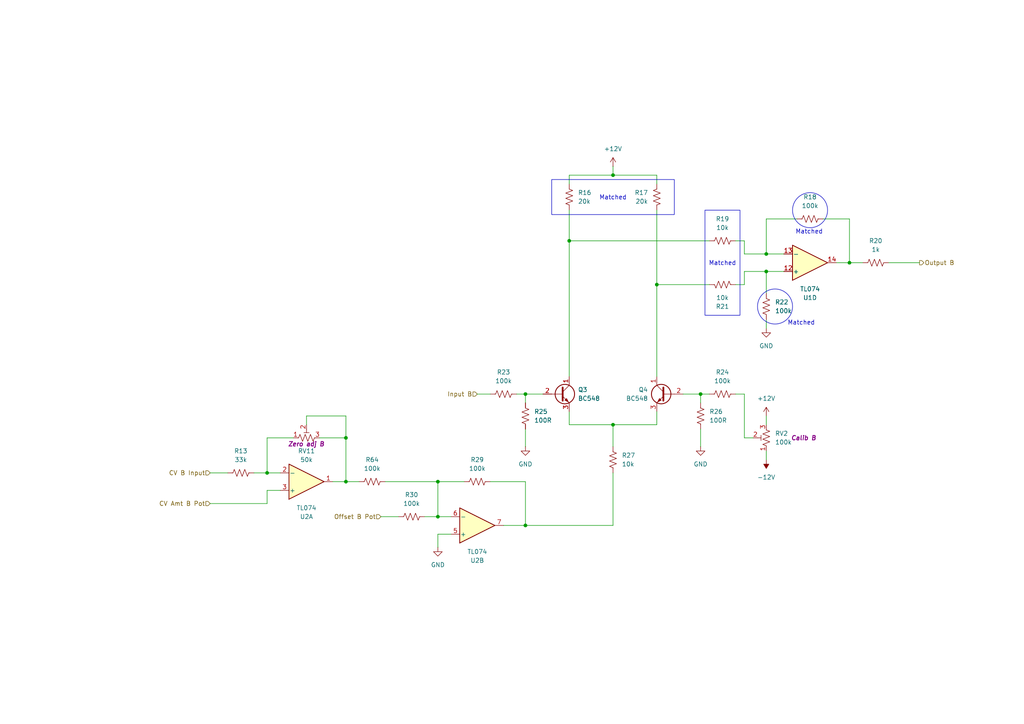
<source format=kicad_sch>
(kicad_sch (version 20250114) (generator "eeschema") (generator_version "9.0")
  (paper "A4")
  (title_block (company "DMH Instruments") (comment 1 "PCB for 5 cm Kosmo format synthesizer module"))
  (lib_symbols
    (symbol "Amplifier_Operational:TL074" (pin_names (offset 0.127))
      (property "Reference" "U" (at 0 5.08 0))
      (property "Value" "TL074" (at 0 -5.08 0))
      (symbol "TL074_1_1"
        (polyline (pts (xy -5.08 5.08) (xy 5.08 0) (xy -5.08 -5.08) (xy -5.08 5.08)) (stroke (width 0.254)) (fill (type background)))
        (pin input line (at -7.62 2.54 0) (length 2.54) (name "+") (number "3"))
        (pin input line (at -7.62 -2.54 0) (length 2.54) (name "-") (number "2"))
        (pin output line (at 7.62 0 180) (length 2.54) (name "~") (number "1"))
      )
      (symbol "TL074_2_1"
        (polyline (pts (xy -5.08 5.08) (xy 5.08 0) (xy -5.08 -5.08) (xy -5.08 5.08)) (stroke (width 0.254)) (fill (type background)))
        (pin input line (at -7.62 2.54 0) (length 2.54) (name "+") (number "5"))
        (pin input line (at -7.62 -2.54 0) (length 2.54) (name "-") (number "6"))
        (pin output line (at 7.62 0 180) (length 2.54) (name "~") (number "7"))
      )
      (symbol "TL074_3_1"
        (polyline (pts (xy -5.08 5.08) (xy 5.08 0) (xy -5.08 -5.08) (xy -5.08 5.08)) (stroke (width 0.254)) (fill (type background)))
        (pin input line (at -7.62 2.54 0) (length 2.54) (name "+") (number "10"))
        (pin input line (at -7.62 -2.54 0) (length 2.54) (name "-") (number "9"))
        (pin output line (at 7.62 0 180) (length 2.54) (name "~") (number "8"))
      )
      (symbol "TL074_4_1"
        (polyline (pts (xy -5.08 5.08) (xy 5.08 0) (xy -5.08 -5.08) (xy -5.08 5.08)) (stroke (width 0.254)) (fill (type background)))
        (pin input line (at -7.62 2.54 0) (length 2.54) (name "+") (number "12"))
        (pin input line (at -7.62 -2.54 0) (length 2.54) (name "-") (number "13"))
        (pin output line (at 7.62 0 180) (length 2.54) (name "~") (number "14"))
      )
      (symbol "TL074_5_1"
        (pin power_in line (at -2.54 7.62 270) (length 3.81) (name "V+") (number "4"))
        (pin power_in line (at -2.54 -7.62 90) (length 3.81) (name "V-") (number "11"))
      )
    )
    (symbol "Device:R_Potentiometer_Trim_US" (pin_names (offset 1.016) (hide yes))
      (property "Reference" "RV" (at -4.445 0 90))
      (property "Value" "R_Potentiometer_Trim_US" (at -2.54 0 90))
      (symbol "R_Potentiometer_Trim_US_0_1"
        (polyline (pts (xy 0 2.286) (xy 0 2.54)))
        (polyline (pts (xy 0 2.286) (xy 1.016 1.905) (xy 0 1.524) (xy -1.016 1.143) (xy 0 0.762)))
        (polyline (pts (xy 0 0.762) (xy 1.016 0.381) (xy 0 0) (xy -1.016 -0.381) (xy 0 -0.762)))
        (polyline (pts (xy 0 -0.762) (xy 1.016 -1.143) (xy 0 -1.524) (xy -1.016 -1.905) (xy 0 -2.286)))
        (polyline (pts (xy 0 -2.286) (xy 0 -2.54)))
        (polyline (pts (xy 1.524 0.762) (xy 1.524 -0.762)))
        (polyline (pts (xy 2.54 0) (xy 1.524 0)))
      )
      (symbol "R_Potentiometer_Trim_US_1_1"
        (pin passive line (at 0 3.81 270) (length 1.27) (name "1") (number "1"))
        (pin passive line (at 0 -3.81 90) (length 1.27) (name "3") (number "3"))
        (pin passive line (at 3.81 0 180) (length 1.27) (name "2") (number "2"))
      )
    )
    (symbol "Device:R_US" (pin_numbers (hide yes)) (pin_names (offset 0))
      (property "Reference" "R" (at 2.54 0 90))
      (property "Value" "R_US" (at -2.54 0 90))
      (symbol "R_US_0_1"
        (polyline (pts (xy 0 2.286) (xy 0 2.54)))
        (polyline (pts (xy 0 2.286) (xy 1.016 1.905) (xy 0 1.524) (xy -1.016 1.143) (xy 0 0.762)))
        (polyline (pts (xy 0 0.762) (xy 1.016 0.381) (xy 0 0) (xy -1.016 -0.381) (xy 0 -0.762)))
        (polyline (pts (xy 0 -0.762) (xy 1.016 -1.143) (xy 0 -1.524) (xy -1.016 -1.905) (xy 0 -2.286)))
        (polyline (pts (xy 0 -2.286) (xy 0 -2.54)))
      )
      (symbol "R_US_1_1"
        (pin passive line (at 0 3.81 270) (length 1.27) (name "~") (number "1"))
        (pin passive line (at 0 -3.81 90) (length 1.27) (name "~") (number "2"))
      )
    )
    (symbol "Transistor_BJT:BC548" (pin_names (offset 0) (hide yes))
      (property "Reference" "Q" (at 5.08 1.905 0))
      (property "Value" "BC548" (at 5.08 0 0))
      (symbol "BC548_0_1"
        (polyline (pts (xy -2.54 0) (xy 0.635 0)))
        (polyline (pts (xy 0.635 1.905) (xy 0.635 -1.905)) (stroke (width 0.508)))
        (circle (center 1.27 0) (radius 2.8194) (stroke (width 0.254)))
      )
      (symbol "BC548_1_1"
        (polyline (pts (xy 0.635 0.635) (xy 2.54 2.54)))
        (polyline (pts (xy 0.635 -0.635) (xy 2.54 -2.54)))
        (polyline (pts (xy 1.27 -1.778) (xy 1.778 -1.27) (xy 2.286 -2.286) (xy 1.27 -1.778)) (fill (type outline)))
        (pin input line (at -5.08 0 0) (length 2.54) (name "B") (number "2"))
        (pin passive line (at 2.54 5.08 270) (length 2.54) (name "C") (number "1"))
        (pin passive line (at 2.54 -5.08 90) (length 2.54) (name "E") (number "3"))
      )
    )
    (symbol "power:+12V" (power) (pin_numbers (hide yes)) (pin_names (offset 0) (hide yes))
      (property "Value" "+12V" (at 0 3.556 0))
      (symbol "+12V_0_1"
        (polyline (pts (xy -0.762 1.27) (xy 0 2.54)))
        (polyline (pts (xy 0 2.54) (xy 0.762 1.27)))
        (polyline (pts (xy 0 0) (xy 0 2.54)))
      )
      (symbol "+12V_1_1"
        (pin power_in line (at 0 0 90) (length 0) (name "~") (number "1"))
      )
    )
    (symbol "power:-12V" (power) (pin_numbers (hide yes)) (pin_names (offset 0) (hide yes))
      (property "Value" "-12V" (at 0 3.556 0))
      (symbol "-12V_0_0"
        (pin power_in line (at 0 0 90) (length 0) (name "~") (number "1"))
      )
      (symbol "-12V_0_1"
        (polyline (pts (xy 0 0) (xy 0 1.27) (xy 0.762 1.27) (xy 0 2.54) (xy -0.762 1.27) (xy 0 1.27)) (fill (type outline)))
      )
    )
    (symbol "power:GND" (power) (pin_numbers (hide yes)) (pin_names (offset 0) (hide yes))
      (property "Value" "GND" (at 0 -3.81 0))
      (symbol "GND_0_1"
        (polyline (pts (xy 0 0) (xy 0 -1.27) (xy 1.27 -1.27) (xy 0 -2.54) (xy -1.27 -1.27) (xy 0 -1.27)))
      )
      (symbol "GND_1_1"
        (pin power_in line (at 0 0 270) (length 0) (name "~") (number "1"))
      )
    )
  )
  (rectangle (start 204.47 60.96) (end 214.63 91.44))
  (circle (center 224.79 88.9) (radius 5.08))
  (circle (center 234.95 60.96) (radius 5.08))
  (rectangle (start 160.02 52.07) (end 195.58 62.23))
  (text "Matched" (at 232.41 93.726 0) (effects (font (size 1.27 1.27))))
  (text "Matched" (at 234.696 67.31 0) (effects (font (size 1.27 1.27))))
  (text "Matched" (at 177.8 57.404 0) (effects (font (size 1.27 1.27))))
  (text "Matched" (at 209.55 76.454 0) (effects (font (size 1.27 1.27))))
  (junction (at 152.4 114.3))
  (junction (at 100.33 127))
  (junction (at 177.8 123.19))
  (junction (at 246.38 76.2))
  (junction (at 165.1 69.85))
  (junction (at 100.33 139.7))
  (junction (at 152.4 152.4))
  (junction (at 177.8 50.8))
  (junction (at 222.25 73.66))
  (junction (at 127 149.86))
  (junction (at 77.47 137.16))
  (junction (at 222.25 78.74))
  (junction (at 127 139.7))
  (junction (at 190.5 82.55))
  (junction (at 203.2 114.3))
  (wire (pts (xy 60.96 146.05) (xy 77.47 146.05)))
  (wire (pts (xy 190.5 60.96) (xy 190.5 82.55)))
  (wire (pts (xy 77.47 127) (xy 77.47 137.16)))
  (wire (pts (xy 77.47 146.05) (xy 77.47 142.24)))
  (wire (pts (xy 215.9 78.74) (xy 222.25 78.74)))
  (wire (pts (xy 213.36 114.3) (xy 215.9 114.3)))
  (wire (pts (xy 88.9 120.65) (xy 100.33 120.65)))
  (wire (pts (xy 213.36 82.55) (xy 215.9 82.55)))
  (wire (pts (xy 100.33 139.7) (xy 96.52 139.7)))
  (wire (pts (xy 177.8 50.8) (xy 177.8 48.26)))
  (wire (pts (xy 190.5 123.19) (xy 177.8 123.19)))
  (wire (pts (xy 146.05 152.4) (xy 152.4 152.4)))
  (wire (pts (xy 177.8 123.19) (xy 177.8 129.54)))
  (wire (pts (xy 215.9 73.66) (xy 222.25 73.66)))
  (wire (pts (xy 92.71 127) (xy 100.33 127)))
  (wire (pts (xy 60.96 137.16) (xy 66.04 137.16)))
  (wire (pts (xy 222.25 92.71) (xy 222.25 95.25)))
  (wire (pts (xy 152.4 139.7) (xy 152.4 152.4)))
  (wire (pts (xy 222.25 78.74) (xy 227.33 78.74)))
  (wire (pts (xy 190.5 50.8) (xy 177.8 50.8)))
  (wire (pts (xy 246.38 63.5) (xy 246.38 76.2)))
  (wire (pts (xy 110.49 149.86) (xy 115.57 149.86)))
  (wire (pts (xy 190.5 53.34) (xy 190.5 50.8)))
  (wire (pts (xy 203.2 114.3) (xy 205.74 114.3)))
  (wire (pts (xy 222.25 73.66) (xy 227.33 73.66)))
  (wire (pts (xy 215.9 127) (xy 218.44 127)))
  (wire (pts (xy 134.62 139.7) (xy 127 139.7)))
  (wire (pts (xy 246.38 76.2) (xy 250.19 76.2)))
  (wire (pts (xy 190.5 82.55) (xy 190.5 109.22)))
  (wire (pts (xy 127 149.86) (xy 130.81 149.86)))
  (wire (pts (xy 111.76 139.7) (xy 127 139.7)))
  (wire (pts (xy 127 139.7) (xy 127 149.86)))
  (wire (pts (xy 222.25 130.81) (xy 222.25 133.35)))
  (wire (pts (xy 152.4 152.4) (xy 177.8 152.4)))
  (wire (pts (xy 73.66 137.16) (xy 77.47 137.16)))
  (wire (pts (xy 203.2 114.3) (xy 203.2 116.84)))
  (wire (pts (xy 165.1 53.34) (xy 165.1 50.8)))
  (wire (pts (xy 77.47 127) (xy 85.09 127)))
  (wire (pts (xy 100.33 139.7) (xy 104.14 139.7)))
  (wire (pts (xy 165.1 119.38) (xy 165.1 123.19)))
  (wire (pts (xy 231.14 63.5) (xy 222.25 63.5)))
  (wire (pts (xy 257.81 76.2) (xy 266.7 76.2)))
  (wire (pts (xy 177.8 152.4) (xy 177.8 137.16)))
  (wire (pts (xy 152.4 114.3) (xy 152.4 116.84)))
  (wire (pts (xy 88.9 123.19) (xy 88.9 120.65)))
  (wire (pts (xy 149.86 114.3) (xy 152.4 114.3)))
  (wire (pts (xy 238.76 63.5) (xy 246.38 63.5)))
  (wire (pts (xy 165.1 123.19) (xy 177.8 123.19)))
  (wire (pts (xy 123.19 149.86) (xy 127 149.86)))
  (wire (pts (xy 213.36 69.85) (xy 215.9 69.85)))
  (wire (pts (xy 222.25 63.5) (xy 222.25 73.66)))
  (wire (pts (xy 77.47 142.24) (xy 81.28 142.24)))
  (wire (pts (xy 203.2 124.46) (xy 203.2 129.54)))
  (wire (pts (xy 165.1 50.8) (xy 177.8 50.8)))
  (wire (pts (xy 198.12 114.3) (xy 203.2 114.3)))
  (wire (pts (xy 127 154.94) (xy 127 158.75)))
  (wire (pts (xy 130.81 154.94) (xy 127 154.94)))
  (wire (pts (xy 165.1 60.96) (xy 165.1 69.85)))
  (wire (pts (xy 242.57 76.2) (xy 246.38 76.2)))
  (wire (pts (xy 100.33 127) (xy 100.33 139.7)))
  (wire (pts (xy 152.4 124.46) (xy 152.4 129.54)))
  (wire (pts (xy 165.1 69.85) (xy 165.1 109.22)))
  (wire (pts (xy 152.4 114.3) (xy 157.48 114.3)))
  (wire (pts (xy 165.1 69.85) (xy 205.74 69.85)))
  (wire (pts (xy 138.43 114.3) (xy 142.24 114.3)))
  (wire (pts (xy 215.9 82.55) (xy 215.9 78.74)))
  (wire (pts (xy 190.5 82.55) (xy 205.74 82.55)))
  (wire (pts (xy 142.24 139.7) (xy 152.4 139.7)))
  (wire (pts (xy 215.9 114.3) (xy 215.9 127)))
  (wire (pts (xy 222.25 78.74) (xy 222.25 85.09)))
  (wire (pts (xy 190.5 119.38) (xy 190.5 123.19)))
  (wire (pts (xy 77.47 137.16) (xy 81.28 137.16)))
  (wire (pts (xy 222.25 120.65) (xy 222.25 123.19)))
  (wire (pts (xy 215.9 69.85) (xy 215.9 73.66)))
  (wire (pts (xy 100.33 120.65) (xy 100.33 127)))
  (hierarchical_label "Offset B Pot" (shape input) (at 110.49 149.86 180))
  (hierarchical_label "CV Amt B Pot" (shape input) (at 60.96 146.05 180))
  (hierarchical_label "CV B Input" (shape input) (at 60.96 137.16 180))
  (hierarchical_label "Input B" (shape input) (at 138.43 114.3 180))
  (hierarchical_label "Output B" (shape output) (at 266.7 76.2 0))
  (symbol (lib_id "power:GND") (at 203.2 129.54 0) (unit 1)
    (property "Reference" "#PWR022" (effects (hide yes)))
    (property "Value" "GND" (at 203.2 134.62 0))
    (property "Description" "Power symbol creates a global label with name \"GND\" , ground" (effects (hide yes)))
  )
  (symbol (lib_id "power:GND") (at 152.4 129.54 0) (unit 1)
    (property "Reference" "#PWR021" (effects (hide yes)))
    (property "Value" "GND" (at 152.4 134.62 0))
    (property "Description" "Power symbol creates a global label with name \"GND\" , ground" (effects (hide yes)))
  )
  (symbol (lib_id "Device:R_US") (at 234.95 63.5 270) (unit 1)
    (property "Reference" "R18" (at 234.95 57.15 90))
    (property "Value" "100k" (at 234.95 59.69 90))
    (property "Footprint" "Resistor_THT:R_Axial_DIN0207_L6.3mm_D2.5mm_P2.54mm_Vertical" (effects (hide yes)))
    (property "Description" "Resistor, US symbol" (effects (hide yes)))
  )
  (symbol (lib_id "Device:R_US") (at 203.2 120.65 180) (unit 1)
    (property "Reference" "R26" (at 205.74 119.3799 0) (effects (justify right)))
    (property "Value" "100R" (at 205.74 121.9199 0) (effects (justify right)))
    (property "Footprint" "Resistor_THT:R_Axial_DIN0207_L6.3mm_D2.5mm_P2.54mm_Vertical" (effects (hide yes)))
    (property "Description" "Resistor, US symbol" (effects (hide yes)))
  )
  (symbol (lib_id "Device:R_US") (at 107.95 139.7 90) (unit 1)
    (property "Reference" "R64" (at 107.95 133.35 90))
    (property "Value" "100k" (at 107.95 135.89 90))
    (property "Footprint" "Resistor_THT:R_Axial_DIN0207_L6.3mm_D2.5mm_P2.54mm_Vertical" (effects (hide yes)))
    (property "Description" "Resistor, US symbol" (effects (hide yes)))
  )
  (symbol (lib_id "power:+12V") (at 222.25 120.65 0) (unit 1)
    (property "Reference" "#PWR020" (effects (hide yes)))
    (property "Value" "+12V" (at 222.25 115.57 0))
    (property "Description" "Power symbol creates a global label with name \"+12V\"" (effects (hide yes)))
  )
  (symbol (lib_id "Device:R_US") (at 254 76.2 270) (unit 1)
    (property "Reference" "R20" (at 254 69.85 90))
    (property "Value" "1k" (at 254 72.39 90))
    (property "Footprint" "Resistor_THT:R_Axial_DIN0207_L6.3mm_D2.5mm_P2.54mm_Vertical" (effects (hide yes)))
    (property "Description" "Resistor, US symbol" (effects (hide yes)))
  )
  (symbol (lib_id "Amplifier_Operational:TL074") (at 234.95 76.2 0) (mirror x) (unit 4)
    (property "Reference" "U1" (at 234.95 86.36 0))
    (property "Value" "TL074" (at 234.95 83.82 0))
    (property "Footprint" "Package_DIP:DIP-14_W7.62mm_Socket" (effects (hide yes)))
    (property "Datasheet" "http://www.ti.com/lit/ds/symlink/tl071.pdf" (effects (hide yes)))
    (property "Description" "Quad Low-Noise JFET-Input Operational Amplifiers, DIP-14/SOIC-14" (effects (hide yes)))
  )
  (symbol (lib_id "Device:R_US") (at 69.85 137.16 90) (unit 1)
    (property "Reference" "R13" (at 69.85 130.81 90))
    (property "Value" "33k" (at 69.85 133.35 90))
    (property "Footprint" "Resistor_THT:R_Axial_DIN0207_L6.3mm_D2.5mm_P2.54mm_Vertical" (effects (hide yes)))
    (property "Description" "Resistor, US symbol" (effects (hide yes)))
  )
  (symbol (lib_id "Amplifier_Operational:TL074") (at 138.43 152.4 0) (mirror x) (unit 2)
    (property "Reference" "U2" (at 138.43 162.56 0))
    (property "Value" "TL074" (at 138.43 160.02 0))
    (property "Footprint" "Package_DIP:DIP-14_W7.62mm_Socket" (effects (hide yes)))
    (property "Datasheet" "http://www.ti.com/lit/ds/symlink/tl071.pdf" (effects (hide yes)))
    (property "Description" "Quad Low-Noise JFET-Input Operational Amplifiers, DIP-14/SOIC-14" (effects (hide yes)))
  )
  (symbol (lib_id "Device:R_US") (at 152.4 120.65 180) (unit 1)
    (property "Reference" "R25" (at 154.94 119.3799 0) (effects (justify right)))
    (property "Value" "100R" (at 154.94 121.9199 0) (effects (justify right)))
    (property "Footprint" "Resistor_THT:R_Axial_DIN0207_L6.3mm_D2.5mm_P2.54mm_Vertical" (effects (hide yes)))
    (property "Description" "Resistor, US symbol" (effects (hide yes)))
  )
  (symbol (lib_id "Transistor_BJT:BC548") (at 162.56 114.3 0) (unit 1)
    (property "Reference" "Q3" (at 167.64 113.0299 0) (effects (justify left)))
    (property "Value" "BC548" (at 167.64 115.5699 0) (effects (justify left)))
    (property "Footprint" "Package_TO_SOT_THT:TO-92L_Inline_Wide" (effects (hide yes)))
    (property "Datasheet" "https://www.onsemi.com/pub/Collateral/BC550-D.pdf" (effects (hide yes)))
    (property "Description" "0.1A Ic, 30V Vce, Small Signal NPN Transistor, TO-92" (effects (hide yes)))
  )
  (symbol (lib_id "Device:R_US") (at 209.55 82.55 270) (mirror x) (unit 1)
    (property "Reference" "R21" (at 209.55 88.9 90))
    (property "Value" "10k" (at 209.55 86.36 90))
    (property "Footprint" "Resistor_THT:R_Axial_DIN0207_L6.3mm_D2.5mm_P2.54mm_Vertical" (effects (hide yes)))
    (property "Description" "Resistor, US symbol" (effects (hide yes)))
  )
  (symbol (lib_id "power:+12V") (at 177.8 48.26 0) (unit 1)
    (property "Reference" "#PWR012" (effects (hide yes)))
    (property "Value" "+12V" (at 177.8 43.18 0))
    (property "Description" "Power symbol creates a global label with name \"+12V\"" (effects (hide yes)))
  )
  (symbol (lib_id "Device:R_US") (at 146.05 114.3 270) (unit 1)
    (property "Reference" "R23" (at 146.05 107.95 90))
    (property "Value" "100k" (at 146.05 110.49 90))
    (property "Footprint" "Resistor_THT:R_Axial_DIN0207_L6.3mm_D2.5mm_P2.54mm_Vertical" (effects (hide yes)))
    (property "Description" "Resistor, US symbol" (effects (hide yes)))
  )
  (symbol (lib_id "Device:R_Potentiometer_Trim_US") (at 222.25 127 180) (unit 1)
    (property "Reference" "RV2" (at 224.79 125.7299 0) (effects (justify right)))
    (property "Value" "100k" (at 224.79 128.2699 0) (effects (justify right)))
    (property "Footprint" "Potentiometer_THT:Potentiometer_Bourns_3296W_Vertical" (effects (hide yes)))
    (property "Description" "Trim-potentiometer, US symbol" (effects (hide yes)))
    (property "Function" "Calib B" (at 233.172 127 0) (effects (font (thickness 0.254) (bold yes) (italic yes))))
  )
  (symbol (lib_id "Device:R_US") (at 165.1 57.15 180) (unit 1)
    (property "Reference" "R16" (at 167.64 55.8799 0) (effects (justify right)))
    (property "Value" "20k" (at 167.64 58.4199 0) (effects (justify right)))
    (property "Footprint" "Resistor_THT:R_Axial_DIN0207_L6.3mm_D2.5mm_P2.54mm_Vertical" (effects (hide yes)))
    (property "Description" "Resistor, US symbol" (effects (hide yes)))
  )
  (symbol (lib_id "Device:R_Potentiometer_Trim_US") (at 88.9 127 90) (unit 1)
    (property "Reference" "RV11" (at 88.9 130.81 90))
    (property "Value" "50k" (at 88.9 133.35 90))
    (property "Footprint" "Potentiometer_THT:Potentiometer_Bourns_3296W_Vertical" (effects (hide yes)))
    (property "Description" "Trim-potentiometer, US symbol" (effects (hide yes)))
    (property "Function" "Zero adj B" (at 88.9 128.778 90) (effects (font (thickness 0.254) (bold yes) (italic yes))))
  )
  (symbol (lib_id "Amplifier_Operational:TL074") (at 88.9 139.7 0) (mirror x) (unit 1)
    (property "Reference" "U2" (at 88.9 149.86 0))
    (property "Value" "TL074" (at 88.9 147.32 0))
    (property "Footprint" "Package_DIP:DIP-14_W7.62mm_Socket" (effects (hide yes)))
    (property "Datasheet" "http://www.ti.com/lit/ds/symlink/tl071.pdf" (effects (hide yes)))
    (property "Description" "Quad Low-Noise JFET-Input Operational Amplifiers, DIP-14/SOIC-14" (effects (hide yes)))
  )
  (symbol (lib_id "Device:R_US") (at 209.55 114.3 270) (unit 1)
    (property "Reference" "R24" (at 209.55 107.95 90))
    (property "Value" "100k" (at 209.55 110.49 90))
    (property "Footprint" "Resistor_THT:R_Axial_DIN0207_L6.3mm_D2.5mm_P2.54mm_Vertical" (effects (hide yes)))
    (property "Description" "Resistor, US symbol" (effects (hide yes)))
  )
  (symbol (lib_id "Device:R_US") (at 209.55 69.85 270) (unit 1)
    (property "Reference" "R19" (at 209.55 63.5 90))
    (property "Value" "10k" (at 209.55 66.04 90))
    (property "Footprint" "Resistor_THT:R_Axial_DIN0207_L6.3mm_D2.5mm_P2.54mm_Vertical" (effects (hide yes)))
    (property "Description" "Resistor, US symbol" (effects (hide yes)))
  )
  (symbol (lib_id "Device:R_US") (at 138.43 139.7 90) (unit 1)
    (property "Reference" "R29" (at 138.43 133.35 90))
    (property "Value" "100k" (at 138.43 135.89 90))
    (property "Footprint" "Resistor_THT:R_Axial_DIN0207_L6.3mm_D2.5mm_P2.54mm_Vertical" (effects (hide yes)))
    (property "Description" "Resistor, US symbol" (effects (hide yes)))
  )
  (symbol (lib_id "Device:R_US") (at 222.25 88.9 0) (unit 1)
    (property "Reference" "R22" (at 224.79 87.6299 0) (effects (justify left)))
    (property "Value" "100k" (at 224.79 90.1699 0) (effects (justify left)))
    (property "Footprint" "Resistor_THT:R_Axial_DIN0207_L6.3mm_D2.5mm_P2.54mm_Vertical" (effects (hide yes)))
    (property "Description" "Resistor, US symbol" (effects (hide yes)))
  )
  (symbol (lib_id "power:GND") (at 127 158.75 0) (unit 1)
    (property "Reference" "#PWR024" (effects (hide yes)))
    (property "Value" "GND" (at 127 163.83 0))
    (property "Description" "Power symbol creates a global label with name \"GND\" , ground" (effects (hide yes)))
  )
  (symbol (lib_id "Device:R_US") (at 119.38 149.86 90) (unit 1)
    (property "Reference" "R30" (at 119.38 143.51 90))
    (property "Value" "100k" (at 119.38 146.05 90))
    (property "Footprint" "Resistor_THT:R_Axial_DIN0207_L6.3mm_D2.5mm_P2.54mm_Vertical" (effects (hide yes)))
    (property "Description" "Resistor, US symbol" (effects (hide yes)))
  )
  (symbol (lib_id "Transistor_BJT:BC548") (at 193.04 114.3 0) (mirror y) (unit 1)
    (property "Reference" "Q4" (at 187.96 113.0299 0) (effects (justify left)))
    (property "Value" "BC548" (at 187.96 115.5699 0) (effects (justify left)))
    (property "Footprint" "Package_TO_SOT_THT:TO-92L_Inline_Wide" (effects (hide yes)))
    (property "Datasheet" "https://www.onsemi.com/pub/Collateral/BC550-D.pdf" (effects (hide yes)))
    (property "Description" "0.1A Ic, 30V Vce, Small Signal NPN Transistor, TO-92" (effects (hide yes)))
  )
  (symbol (lib_id "power:-12V") (at 222.25 133.35 180) (unit 1)
    (property "Reference" "#PWR023" (effects (hide yes)))
    (property "Value" "-12V" (at 222.25 138.43 0))
    (property "Description" "Power symbol creates a global label with name \"-12V\"" (effects (hide yes)))
  )
  (symbol (lib_id "Device:R_US") (at 190.5 57.15 0) (mirror x) (unit 1)
    (property "Reference" "R17" (at 187.96 55.8799 0) (effects (justify right)))
    (property "Value" "20k" (at 187.96 58.4199 0) (effects (justify right)))
    (property "Footprint" "Resistor_THT:R_Axial_DIN0207_L6.3mm_D2.5mm_P2.54mm_Vertical" (effects (hide yes)))
    (property "Description" "Resistor, US symbol" (effects (hide yes)))
  )
  (symbol (lib_id "power:GND") (at 222.25 95.25 0) (unit 1)
    (property "Reference" "#PWR019" (effects (hide yes)))
    (property "Value" "GND" (at 222.25 100.33 0))
    (property "Description" "Power symbol creates a global label with name \"GND\" , ground" (effects (hide yes)))
  )
  (symbol (lib_id "Device:R_US") (at 177.8 133.35 180) (unit 1)
    (property "Reference" "R27" (at 180.34 132.0799 0) (effects (justify right)))
    (property "Value" "10k" (at 180.34 134.6199 0) (effects (justify right)))
    (property "Footprint" "Resistor_THT:R_Axial_DIN0207_L6.3mm_D2.5mm_P2.54mm_Vertical" (effects (hide yes)))
    (property "Description" "Resistor, US symbol" (effects (hide yes)))
  )
)
</source>
